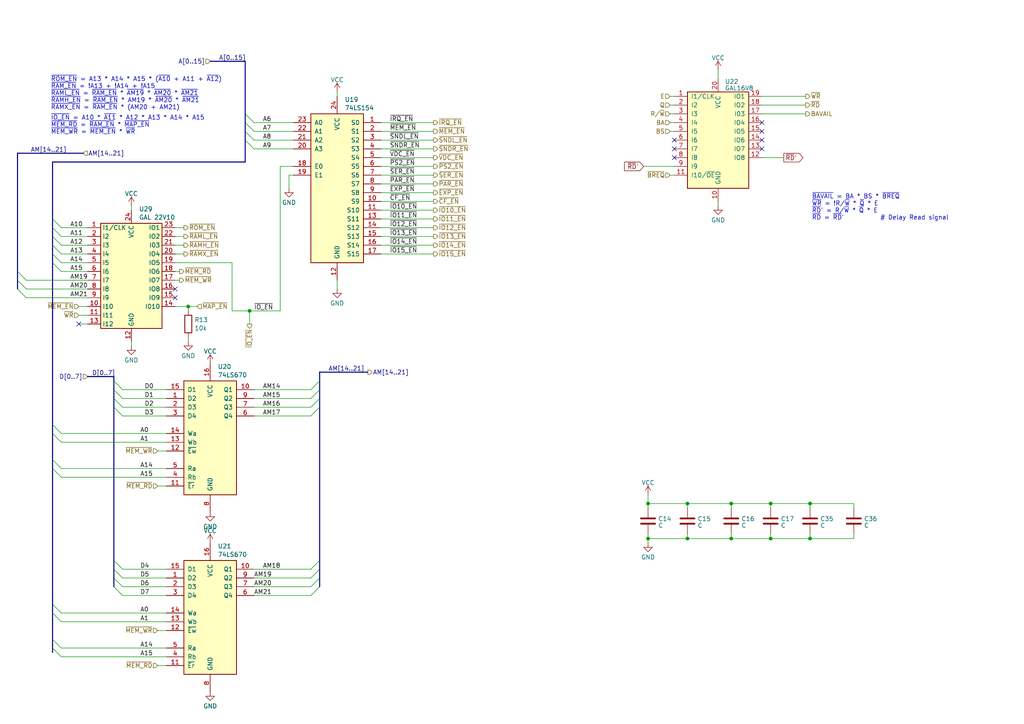
<source format=kicad_sch>
(kicad_sch (version 20231120) (generator "eeschema") (generator_version "8.0")
  (paper "A4")
  (lib_symbols
    (symbol "74xx:74LS154" (pin_names (offset 1.016))
      (property "Reference" "U" (at -7.62 21.59 0))
      (property "Value" "74LS154" (at -7.62 -24.13 0))
      (symbol "74LS154_1_0"
        (pin output line (at 12.7 17.78 180) (length 5.08) (name "S0") (number "1"))
        (pin output line (at 12.7 -5.08 180) (length 5.08) (name "S9") (number "10"))
        (pin output line (at 12.7 -7.62 180) (length 5.08) (name "S10") (number "11"))
        (pin power_in line (at 0 -27.94 90) (length 5.08) (name "GND") (number "12"))
        (pin output line (at 12.7 -10.16 180) (length 5.08) (name "S11") (number "13"))
        (pin output line (at 12.7 -12.7 180) (length 5.08) (name "S12") (number "14"))
        (pin output line (at 12.7 -15.24 180) (length 5.08) (name "S13") (number "15"))
        (pin output line (at 12.7 -17.78 180) (length 5.08) (name "S14") (number "16"))
        (pin output line (at 12.7 -20.32 180) (length 5.08) (name "S15") (number "17"))
        (pin input line (at -12.7 5.08 0) (length 5.08) (name "E0") (number "18"))
        (pin input line (at -12.7 2.54 0) (length 5.08) (name "E1") (number "19"))
        (pin output line (at 12.7 15.24 180) (length 5.08) (name "S1") (number "2"))
        (pin input line (at -12.7 10.16 0) (length 5.08) (name "A3") (number "20"))
        (pin input line (at -12.7 12.7 0) (length 5.08) (name "A2") (number "21"))
        (pin input line (at -12.7 15.24 0) (length 5.08) (name "A1") (number "22"))
        (pin input line (at -12.7 17.78 0) (length 5.08) (name "A0") (number "23"))
        (pin power_in line (at 0 25.4 270) (length 5.08) (name "VCC") (number "24"))
        (pin output line (at 12.7 12.7 180) (length 5.08) (name "S2") (number "3"))
        (pin output line (at 12.7 10.16 180) (length 5.08) (name "S3") (number "4"))
        (pin output line (at 12.7 7.62 180) (length 5.08) (name "S4") (number "5"))
        (pin output line (at 12.7 5.08 180) (length 5.08) (name "S5") (number "6"))
        (pin output line (at 12.7 2.54 180) (length 5.08) (name "S6") (number "7"))
        (pin output line (at 12.7 0 180) (length 5.08) (name "S7") (number "8"))
        (pin output line (at 12.7 -2.54 180) (length 5.08) (name "S8") (number "9"))
      )
      (symbol "74LS154_1_1"
        (rectangle (start -7.62 20.32) (end 7.62 -22.86) (stroke (width 0.254)) (fill (type background)))
      )
    )
    (symbol "74xx:74LS670" (pin_names (offset 1.016))
      (property "Reference" "U" (at -7.62 16.51 0))
      (property "Value" "74LS670" (at -7.62 -19.05 0))
      (symbol "74LS670_1_0"
        (pin input line (at -12.7 10.16 0) (length 5.08) (name "D2") (number "1"))
        (pin tri_state line (at 12.7 12.7 180) (length 5.08) (name "Q1") (number "10"))
        (pin input line (at -12.7 -15.24 0) (length 5.08) (name "~{Er}") (number "11"))
        (pin input line (at -12.7 -5.08 0) (length 5.08) (name "~{Ew}") (number "12"))
        (pin input line (at -12.7 -2.54 0) (length 5.08) (name "Wb") (number "13"))
        (pin input line (at -12.7 0 0) (length 5.08) (name "Wa") (number "14"))
        (pin input line (at -12.7 12.7 0) (length 5.08) (name "D1") (number "15"))
        (pin power_in line (at 0 20.32 270) (length 5.08) (name "VCC") (number "16"))
        (pin input line (at -12.7 7.62 0) (length 5.08) (name "D3") (number "2"))
        (pin input line (at -12.7 5.08 0) (length 5.08) (name "D4") (number "3"))
        (pin input line (at -12.7 -12.7 0) (length 5.08) (name "Rb") (number "4"))
        (pin input line (at -12.7 -10.16 0) (length 5.08) (name "Ra") (number "5"))
        (pin tri_state line (at 12.7 5.08 180) (length 5.08) (name "Q4") (number "6"))
        (pin tri_state line (at 12.7 7.62 180) (length 5.08) (name "Q3") (number "7"))
        (pin power_in line (at 0 -22.86 90) (length 5.08) (name "GND") (number "8"))
        (pin tri_state line (at 12.7 10.16 180) (length 5.08) (name "Q2") (number "9"))
      )
      (symbol "74LS670_1_1"
        (rectangle (start -7.62 15.24) (end 7.62 -17.78) (stroke (width 0.254)) (fill (type background)))
      )
    )
    (symbol "Device:C" (pin_numbers hide) (pin_names (offset 0.254))
      (property "Reference" "C" (at 0.635 2.54 0))
      (property "Value" "C" (at 0.635 -2.54 0))
      (symbol "C_0_1"
        (polyline (pts (xy -2.032 -0.762) (xy 2.032 -0.762)) (stroke (width 0.508)))
        (polyline (pts (xy -2.032 0.762) (xy 2.032 0.762)) (stroke (width 0.508)))
      )
      (symbol "C_1_1"
        (pin passive line (at 0 3.81 270) (length 2.794) (name "~") (number "1"))
        (pin passive line (at 0 -3.81 90) (length 2.794) (name "~") (number "2"))
      )
    )
    (symbol "Device:R" (pin_numbers hide) (pin_names (offset 0))
      (property "Reference" "R" (at 2.032 0 90))
      (property "Value" "R" (at 0 0 90))
      (symbol "R_0_1"
        (rectangle (start -1.016 -2.54) (end 1.016 2.54) (stroke (width 0.254)))
      )
      (symbol "R_1_1"
        (pin passive line (at 0 3.81 270) (length 1.27) (name "~") (number "1"))
        (pin passive line (at 0 -3.81 90) (length 1.27) (name "~") (number "2"))
      )
    )
    (symbol "Logic_Programmable:GAL16V8" (pin_names (offset 1.016))
      (property "Reference" "U" (at -8.89 16.51 0))
      (property "Value" "GAL16V8" (at 1.27 16.51 0))
      (symbol "GAL16V8_0_0"
        (pin power_in line (at 0 -17.78 90) (length 3.81) (name "GND") (number "10"))
        (pin power_in line (at 0 17.78 270) (length 3.81) (name "VCC") (number "20"))
      )
      (symbol "GAL16V8_0_1"
        (rectangle (start -8.89 13.97) (end 8.89 -13.97) (stroke (width 0.254)) (fill (type background)))
      )
      (symbol "GAL16V8_1_1"
        (pin input line (at -12.7 12.7 0) (length 3.81) (name "I1/CLK") (number "1"))
        (pin input line (at -12.7 -10.16 0) (length 3.81) (name "I10/~{OE}") (number "11"))
        (pin tri_state line (at 12.7 -5.08 180) (length 3.81) (name "IO8") (number "12"))
        (pin tri_state line (at 12.7 -2.54 180) (length 3.81) (name "IO7") (number "13"))
        (pin tri_state line (at 12.7 0 180) (length 3.81) (name "IO6") (number "14"))
        (pin tri_state line (at 12.7 2.54 180) (length 3.81) (name "IO5") (number "15"))
        (pin tri_state line (at 12.7 5.08 180) (length 3.81) (name "IO4") (number "16"))
        (pin tri_state line (at 12.7 7.62 180) (length 3.81) (name "I03") (number "17"))
        (pin tri_state line (at 12.7 10.16 180) (length 3.81) (name "IO2") (number "18"))
        (pin tri_state line (at 12.7 12.7 180) (length 3.81) (name "IO1") (number "19"))
        (pin input line (at -12.7 10.16 0) (length 3.81) (name "I2") (number "2"))
        (pin input line (at -12.7 7.62 0) (length 3.81) (name "I3") (number "3"))
        (pin input line (at -12.7 5.08 0) (length 3.81) (name "I4") (number "4"))
        (pin input line (at -12.7 2.54 0) (length 3.81) (name "I5") (number "5"))
        (pin input line (at -12.7 0 0) (length 3.81) (name "I6") (number "6"))
        (pin input line (at -12.7 -2.54 0) (length 3.81) (name "I7") (number "7"))
        (pin input line (at -12.7 -5.08 0) (length 3.81) (name "I8") (number "8"))
        (pin input line (at -12.7 -7.62 0) (length 3.81) (name "I9") (number "9"))
      )
    )
    (symbol "motherboard:GAL22V10"
      (property "Reference" "U29" (at -1.27 30.734 0))
      (property "Value" "GAL 22V10" (at 8.636 -2.794 0))
      (symbol "GAL22V10_0_1"
        (rectangle (start -1.27 29.21) (end 16.51 -1.27) (stroke (width 0.254)) (fill (type background)))
      )
      (symbol "GAL22V10_1_0"
        (pin power_in line (at 7.62 -5.08 90) (length 3.81) (name "GND") (number "12"))
        (pin power_in line (at 7.62 33.02 270) (length 3.81) (name "VCC") (number "24"))
      )
      (symbol "GAL22V10_1_1"
        (pin input line (at -5.08 27.94 0) (length 3.81) (name "I1/CLK") (number "1"))
        (pin input line (at -5.08 5.08 0) (length 3.81) (name "I10") (number "10"))
        (pin input line (at -5.08 2.54 0) (length 3.81) (name "I11") (number "11"))
        (pin input line (at -5.08 0 0) (length 3.81) (name "I12") (number "13"))
        (pin bidirectional line (at 20.32 5.08 180) (length 3.81) (name "I010") (number "14"))
        (pin bidirectional line (at 20.32 7.62 180) (length 3.81) (name "IO9") (number "15"))
        (pin bidirectional line (at 20.32 10.16 180) (length 3.81) (name "IO8") (number "16"))
        (pin bidirectional line (at 20.32 12.7 180) (length 3.81) (name "IO7") (number "17"))
        (pin bidirectional line (at 20.32 15.24 180) (length 3.81) (name "IO6") (number "18"))
        (pin bidirectional line (at 20.32 17.78 180) (length 3.81) (name "IO5") (number "19"))
        (pin input line (at -5.08 25.4 0) (length 3.81) (name "I2") (number "2"))
        (pin bidirectional line (at 20.32 20.32 180) (length 3.81) (name "IO4") (number "20"))
        (pin bidirectional line (at 20.32 22.86 180) (length 3.81) (name "I03") (number "21"))
        (pin bidirectional line (at 20.32 25.4 180) (length 3.81) (name "IO2") (number "22"))
        (pin bidirectional line (at 20.32 27.94 180) (length 3.81) (name "IO1") (number "23"))
        (pin input line (at -5.08 22.86 0) (length 3.81) (name "I3") (number "3"))
        (pin input line (at -5.08 20.32 0) (length 3.81) (name "I4") (number "4"))
        (pin input line (at -5.08 17.78 0) (length 3.81) (name "I5") (number "5"))
        (pin input line (at -5.08 15.24 0) (length 3.81) (name "I6") (number "6"))
        (pin input line (at -5.08 12.7 0) (length 3.81) (name "I7") (number "7"))
        (pin input line (at -5.08 10.16 0) (length 3.81) (name "I8") (number "8"))
        (pin input line (at -5.08 7.62 0) (length 3.81) (name "I9") (number "9"))
      )
    )
    (symbol "power:GND" (power) (pin_names (offset 0))
      (property "Value" "GND" (at 0 -3.81 0))
      (symbol "GND_0_1"
        (polyline (pts (xy 0 0) (xy 0 -1.27) (xy 1.27 -1.27) (xy 0 -2.54) (xy -1.27 -1.27) (xy 0 -1.27)))
      )
      (symbol "GND_1_1"
        (pin power_in line (at 0 0 270) (length 0) hide (name "GND") (number "1"))
      )
    )
    (symbol "power:VCC" (power) (pin_names (offset 0))
      (property "Value" "VCC" (at 0 3.81 0))
      (symbol "VCC_0_1"
        (polyline (pts (xy -0.762 1.27) (xy 0 2.54)))
        (polyline (pts (xy 0 0) (xy 0 2.54)))
        (polyline (pts (xy 0 2.54) (xy 0.762 1.27)))
      )
      (symbol "VCC_1_1"
        (pin power_in line (at 0 0 90) (length 0) hide (name "VCC") (number "1"))
      )
    )
  )
  (junction (at 212.09 146.05))
  (junction (at 199.39 156.21))
  (junction (at 187.96 146.05))
  (junction (at 223.52 156.21))
  (junction (at 234.95 156.21))
  (junction (at 187.96 156.21))
  (junction (at 54.61 88.9))
  (junction (at 223.52 146.05))
  (junction (at 234.95 146.05))
  (junction (at 199.39 146.05))
  (junction (at 212.09 156.21))
  (junction (at 72.39 90.17))
  (no_connect (at 50.8 86.36))
  (no_connect (at 195.58 40.64))
  (no_connect (at 220.98 40.64))
  (no_connect (at 220.98 35.56))
  (no_connect (at 220.98 38.1))
  (no_connect (at 50.8 83.82))
  (no_connect (at 220.98 43.18))
  (no_connect (at 195.58 45.72))
  (no_connect (at 22.86 93.98))
  (no_connect (at 195.58 43.18))
  (bus_entry (at 71.12 35.56) (size 2.54 2.54))
  (bus_entry (at 15.24 185.42) (size 2.54 2.54))
  (bus_entry (at 15.24 125.73) (size 2.54 2.54))
  (bus_entry (at 15.24 71.12) (size 2.54 2.54))
  (bus_entry (at 33.02 113.03) (size 2.54 2.54))
  (bus_entry (at 15.24 63.5) (size 2.54 2.54))
  (bus_entry (at 33.02 162.56) (size 2.54 2.54))
  (bus_entry (at 92.71 118.11) (size -2.54 2.54))
  (bus_entry (at 92.71 167.64) (size -2.54 2.54))
  (bus_entry (at 92.71 113.03) (size -2.54 2.54))
  (bus_entry (at 92.71 170.18) (size -2.54 2.54))
  (bus_entry (at 92.71 115.57) (size -2.54 2.54))
  (bus_entry (at 15.24 177.8) (size 2.54 2.54))
  (bus_entry (at 92.71 165.1) (size -2.54 2.54))
  (bus_entry (at 5.08 83.82) (size 2.54 2.54))
  (bus_entry (at 71.12 40.64) (size 2.54 2.54))
  (bus_entry (at 15.24 175.26) (size 2.54 2.54))
  (bus_entry (at 15.24 76.2) (size 2.54 2.54))
  (bus_entry (at 71.12 38.1) (size 2.54 2.54))
  (bus_entry (at 15.24 73.66) (size 2.54 2.54))
  (bus_entry (at 33.02 170.18) (size 2.54 2.54))
  (bus_entry (at 15.24 133.35) (size 2.54 2.54))
  (bus_entry (at 33.02 110.49) (size 2.54 2.54))
  (bus_entry (at 33.02 167.64) (size 2.54 2.54))
  (bus_entry (at 15.24 123.19) (size 2.54 2.54))
  (bus_entry (at 33.02 115.57) (size 2.54 2.54))
  (bus_entry (at 5.08 78.74) (size 2.54 2.54))
  (bus_entry (at 33.02 165.1) (size 2.54 2.54))
  (bus_entry (at 15.24 68.58) (size 2.54 2.54))
  (bus_entry (at 71.12 33.02) (size 2.54 2.54))
  (bus_entry (at 15.24 66.04) (size 2.54 2.54))
  (bus_entry (at 15.24 135.89) (size 2.54 2.54))
  (bus_entry (at 90.17 113.03) (size 2.54 -2.54))
  (bus_entry (at 90.17 165.1) (size 2.54 -2.54))
  (bus_entry (at 15.24 187.96) (size 2.54 2.54))
  (bus_entry (at 33.02 118.11) (size 2.54 2.54))
  (bus_entry (at 5.08 81.28) (size 2.54 2.54))
  (wire (pts (xy 233.68 33.02) (xy 220.98 33.02)))
  (wire (pts (xy 194.31 27.94) (xy 195.58 27.94)))
  (wire (pts (xy 223.52 146.05) (xy 223.52 147.32)))
  (wire (pts (xy 73.66 113.03) (xy 90.17 113.03)))
  (wire (pts (xy 17.78 138.43) (xy 48.26 138.43)))
  (wire (pts (xy 233.68 30.48) (xy 220.98 30.48)))
  (bus (pts (xy 15.24 123.19) (xy 15.24 125.73)))
  (bus (pts (xy 33.02 109.22) (xy 33.02 110.49)))
  (wire (pts (xy 35.56 115.57) (xy 48.26 115.57)))
  (bus (pts (xy 5.08 78.74) (xy 5.08 81.28)))
  (wire (pts (xy 35.56 165.1) (xy 48.26 165.1)))
  (bus (pts (xy 33.02 110.49) (xy 33.02 113.03)))
  (wire (pts (xy 72.39 90.17) (xy 72.39 93.98)))
  (wire (pts (xy 50.8 68.58) (xy 53.34 68.58)))
  (wire (pts (xy 199.39 156.21) (xy 199.39 154.94)))
  (wire (pts (xy 110.49 73.66) (xy 125.73 73.66)))
  (wire (pts (xy 38.1 99.06) (xy 38.1 100.33)))
  (wire (pts (xy 45.72 140.97) (xy 48.26 140.97)))
  (wire (pts (xy 81.28 48.26) (xy 85.09 48.26)))
  (bus (pts (xy 92.71 110.49) (xy 92.71 113.03)))
  (wire (pts (xy 54.61 97.79) (xy 54.61 99.06)))
  (wire (pts (xy 194.31 38.1) (xy 195.58 38.1)))
  (wire (pts (xy 110.49 53.34) (xy 125.73 53.34)))
  (wire (pts (xy 110.49 55.88) (xy 125.73 55.88)))
  (wire (pts (xy 110.49 38.1) (xy 125.73 38.1)))
  (bus (pts (xy 60.96 17.78) (xy 71.12 17.78)))
  (wire (pts (xy 54.61 88.9) (xy 57.15 88.9)))
  (wire (pts (xy 17.78 66.04) (xy 25.4 66.04)))
  (bus (pts (xy 15.24 73.66) (xy 15.24 76.2)))
  (wire (pts (xy 247.65 156.21) (xy 247.65 154.94)))
  (wire (pts (xy 208.28 58.42) (xy 208.28 59.69)))
  (bus (pts (xy 15.24 133.35) (xy 15.24 135.89)))
  (bus (pts (xy 5.08 78.74) (xy 5.08 44.45)))
  (wire (pts (xy 187.96 156.21) (xy 187.96 157.48)))
  (wire (pts (xy 17.78 68.58) (xy 25.4 68.58)))
  (wire (pts (xy 199.39 156.21) (xy 212.09 156.21)))
  (wire (pts (xy 73.66 165.1) (xy 90.17 165.1)))
  (wire (pts (xy 17.78 73.66) (xy 25.4 73.66)))
  (wire (pts (xy 54.61 88.9) (xy 54.61 90.17)))
  (bus (pts (xy 92.71 115.57) (xy 92.71 118.11)))
  (wire (pts (xy 17.78 71.12) (xy 25.4 71.12)))
  (wire (pts (xy 81.28 90.17) (xy 81.28 48.26)))
  (wire (pts (xy 45.72 130.81) (xy 48.26 130.81)))
  (bus (pts (xy 92.71 107.95) (xy 92.71 110.49)))
  (wire (pts (xy 45.72 182.88) (xy 48.26 182.88)))
  (wire (pts (xy 110.49 71.12) (xy 125.73 71.12)))
  (bus (pts (xy 92.71 165.1) (xy 92.71 167.64)))
  (wire (pts (xy 73.66 38.1) (xy 85.09 38.1)))
  (wire (pts (xy 35.56 113.03) (xy 48.26 113.03)))
  (bus (pts (xy 71.12 40.64) (xy 71.12 46.99)))
  (wire (pts (xy 212.09 156.21) (xy 223.52 156.21)))
  (wire (pts (xy 223.52 146.05) (xy 234.95 146.05)))
  (bus (pts (xy 15.24 177.8) (xy 15.24 185.42)))
  (wire (pts (xy 17.78 177.8) (xy 48.26 177.8)))
  (wire (pts (xy 110.49 40.64) (xy 125.73 40.64)))
  (wire (pts (xy 187.96 143.51) (xy 187.96 146.05)))
  (bus (pts (xy 15.24 46.99) (xy 15.24 63.5)))
  (wire (pts (xy 97.79 26.67) (xy 97.79 27.94)))
  (wire (pts (xy 199.39 146.05) (xy 199.39 147.32)))
  (wire (pts (xy 17.78 135.89) (xy 48.26 135.89)))
  (wire (pts (xy 73.66 115.57) (xy 90.17 115.57)))
  (wire (pts (xy 73.66 120.65) (xy 90.17 120.65)))
  (wire (pts (xy 38.1 59.69) (xy 38.1 60.96)))
  (wire (pts (xy 17.78 180.34) (xy 48.26 180.34)))
  (wire (pts (xy 73.66 43.18) (xy 85.09 43.18)))
  (wire (pts (xy 212.09 156.21) (xy 212.09 154.94)))
  (wire (pts (xy 35.56 120.65) (xy 48.26 120.65)))
  (wire (pts (xy 110.49 35.56) (xy 125.73 35.56)))
  (wire (pts (xy 186.69 48.26) (xy 195.58 48.26)))
  (bus (pts (xy 15.24 187.96) (xy 15.24 189.23)))
  (wire (pts (xy 17.78 125.73) (xy 48.26 125.73)))
  (bus (pts (xy 92.71 167.64) (xy 92.71 170.18)))
  (wire (pts (xy 50.8 81.28) (xy 52.07 81.28)))
  (bus (pts (xy 15.24 66.04) (xy 15.24 68.58)))
  (wire (pts (xy 110.49 63.5) (xy 125.73 63.5)))
  (wire (pts (xy 208.28 20.32) (xy 208.28 22.86)))
  (wire (pts (xy 110.49 58.42) (xy 125.73 58.42)))
  (wire (pts (xy 73.66 167.64) (xy 90.17 167.64)))
  (wire (pts (xy 194.31 35.56) (xy 195.58 35.56)))
  (wire (pts (xy 199.39 146.05) (xy 212.09 146.05)))
  (bus (pts (xy 15.24 175.26) (xy 15.24 177.8)))
  (wire (pts (xy 35.56 172.72) (xy 48.26 172.72)))
  (wire (pts (xy 212.09 146.05) (xy 223.52 146.05)))
  (wire (pts (xy 234.95 156.21) (xy 247.65 156.21)))
  (wire (pts (xy 233.68 27.94) (xy 220.98 27.94)))
  (bus (pts (xy 92.71 113.03) (xy 92.71 115.57)))
  (wire (pts (xy 234.95 146.05) (xy 234.95 147.32)))
  (wire (pts (xy 194.31 33.02) (xy 195.58 33.02)))
  (bus (pts (xy 92.71 118.11) (xy 92.71 162.56)))
  (bus (pts (xy 15.24 71.12) (xy 15.24 73.66)))
  (wire (pts (xy 110.49 43.18) (xy 125.73 43.18)))
  (wire (pts (xy 22.86 91.44) (xy 25.4 91.44)))
  (wire (pts (xy 17.78 76.2) (xy 25.4 76.2)))
  (bus (pts (xy 71.12 33.02) (xy 71.12 35.56)))
  (wire (pts (xy 17.78 187.96) (xy 48.26 187.96)))
  (bus (pts (xy 25.4 109.22) (xy 33.02 109.22)))
  (wire (pts (xy 187.96 146.05) (xy 199.39 146.05)))
  (wire (pts (xy 110.49 68.58) (xy 125.73 68.58)))
  (wire (pts (xy 247.65 146.05) (xy 247.65 147.32)))
  (wire (pts (xy 220.98 45.72) (xy 227.33 45.72)))
  (bus (pts (xy 33.02 113.03) (xy 33.02 115.57)))
  (wire (pts (xy 73.66 172.72) (xy 90.17 172.72)))
  (wire (pts (xy 187.96 156.21) (xy 199.39 156.21)))
  (wire (pts (xy 83.82 50.8) (xy 83.82 54.61)))
  (bus (pts (xy 71.12 46.99) (xy 15.24 46.99)))
  (wire (pts (xy 194.31 50.8) (xy 195.58 50.8)))
  (wire (pts (xy 110.49 50.8) (xy 125.73 50.8)))
  (wire (pts (xy 194.31 30.48) (xy 195.58 30.48)))
  (wire (pts (xy 85.09 35.56) (xy 73.66 35.56)))
  (wire (pts (xy 85.09 50.8) (xy 83.82 50.8)))
  (wire (pts (xy 22.86 93.98) (xy 25.4 93.98)))
  (wire (pts (xy 73.66 118.11) (xy 90.17 118.11)))
  (bus (pts (xy 15.24 125.73) (xy 15.24 133.35)))
  (wire (pts (xy 234.95 146.05) (xy 247.65 146.05)))
  (wire (pts (xy 7.62 86.36) (xy 25.4 86.36)))
  (wire (pts (xy 72.39 90.17) (xy 81.28 90.17)))
  (wire (pts (xy 17.78 128.27) (xy 48.26 128.27)))
  (bus (pts (xy 106.68 107.95) (xy 92.71 107.95)))
  (bus (pts (xy 15.24 76.2) (xy 15.24 123.19)))
  (wire (pts (xy 50.8 71.12) (xy 53.34 71.12)))
  (wire (pts (xy 223.52 156.21) (xy 234.95 156.21)))
  (bus (pts (xy 15.24 68.58) (xy 15.24 71.12)))
  (wire (pts (xy 45.72 193.04) (xy 48.26 193.04)))
  (wire (pts (xy 50.8 66.04) (xy 53.34 66.04)))
  (bus (pts (xy 33.02 162.56) (xy 33.02 165.1)))
  (bus (pts (xy 71.12 38.1) (xy 71.12 40.64)))
  (wire (pts (xy 73.66 40.64) (xy 85.09 40.64)))
  (bus (pts (xy 33.02 115.57) (xy 33.02 118.11)))
  (bus (pts (xy 33.02 165.1) (xy 33.02 167.64)))
  (wire (pts (xy 50.8 88.9) (xy 54.61 88.9)))
  (wire (pts (xy 67.31 90.17) (xy 72.39 90.17)))
  (wire (pts (xy 97.79 83.82) (xy 97.79 81.28)))
  (bus (pts (xy 5.08 83.82) (xy 5.08 81.28)))
  (wire (pts (xy 212.09 146.05) (xy 212.09 147.32)))
  (wire (pts (xy 7.62 81.28) (xy 25.4 81.28)))
  (wire (pts (xy 110.49 45.72) (xy 125.73 45.72)))
  (wire (pts (xy 187.96 146.05) (xy 187.96 147.32)))
  (wire (pts (xy 110.49 60.96) (xy 125.73 60.96)))
  (wire (pts (xy 7.62 83.82) (xy 25.4 83.82)))
  (wire (pts (xy 35.56 167.64) (xy 48.26 167.64)))
  (wire (pts (xy 187.96 154.94) (xy 187.96 156.21)))
  (bus (pts (xy 33.02 167.64) (xy 33.02 170.18)))
  (bus (pts (xy 92.71 162.56) (xy 92.71 165.1)))
  (wire (pts (xy 50.8 76.2) (xy 67.31 76.2)))
  (bus (pts (xy 5.08 44.45) (xy 24.13 44.45)))
  (wire (pts (xy 35.56 118.11) (xy 48.26 118.11)))
  (bus (pts (xy 15.24 135.89) (xy 15.24 175.26)))
  (wire (pts (xy 50.8 73.66) (xy 53.34 73.66)))
  (bus (pts (xy 15.24 185.42) (xy 15.24 187.96)))
  (wire (pts (xy 35.56 170.18) (xy 48.26 170.18)))
  (wire (pts (xy 50.8 78.74) (xy 52.07 78.74)))
  (bus (pts (xy 33.02 118.11) (xy 33.02 162.56)))
  (wire (pts (xy 22.86 88.9) (xy 25.4 88.9)))
  (bus (pts (xy 71.12 17.78) (xy 71.12 33.02)))
  (wire (pts (xy 110.49 48.26) (xy 125.73 48.26)))
  (wire (pts (xy 17.78 78.74) (xy 25.4 78.74)))
  (wire (pts (xy 67.31 76.2) (xy 67.31 90.17)))
  (bus (pts (xy 15.24 63.5) (xy 15.24 66.04)))
  (wire (pts (xy 17.78 190.5) (xy 48.26 190.5)))
  (bus (pts (xy 71.12 35.56) (xy 71.12 38.1)))
  (wire (pts (xy 73.66 170.18) (xy 90.17 170.18)))
  (wire (pts (xy 223.52 156.21) (xy 223.52 154.94)))
  (wire (pts (xy 234.95 156.21) (xy 234.95 154.94)))
  (wire (pts (xy 110.49 66.04) (xy 125.73 66.04)))
  (text "~{BAVAIL} = BA * BS * ~{BREQ}\n~{WR} = !R/~{W} * ~{Q} * E\n~{RD}' = R/~{W} * ~{Q} * E\n~{RD} = ~{RD}'           # Delay Read signal" (at 235.458 60.198 0) (effects (font (size 1.27 1.27)) (justify left)))
  (text "~{IO_EN} = A10 * ~{A11} * A12 * A13 * A14 * A15\n~{MEM_RD} = ~{RAM_EN} * ~{MAP_EN}\n~{MEM_WR} = ~{MEM_EN} * ~{WR}" (at 14.732 36.322 0) (effects (font (size 1.27 1.27)) (justify left)))
  (text "~{ROM_EN} = A13 * A14 * A15 * (~{A10} + A11 + ~{A12})\n~{RAM_EN} = !A13 + !A14 + !A15\n~{RAML_EN} = ~{RAM_EN} * ~{AM19} * ~{AM20} * ~{AM21}\n~{RAMH_EN} = ~{RAM_EN} * AM19 * ~{AM20} * ~{AM21}\n~{RAMX_EN} = ~{RAM_EN} * (AM20 + AM21)" (at 14.732 27.178 0) (effects (font (size 1.27 1.27)) (justify left)))
  (label "~{IO14_EN}" (at 113.03 71.12 0))
  (label "A1" (at 40.64 180.34 0))
  (label "AM[14..21]" (at 8.89 44.45 0))
  (label "~{IO11_EN}" (at 113.03 63.5 0))
  (label "A14" (at 20.32 76.2 0))
  (label "D2" (at 41.91 118.11 0))
  (label "AM15" (at 76.2 115.57 0))
  (label "A6" (at 76.2 35.56 0))
  (label "AM17" (at 76.2 120.65 0))
  (label "AM20" (at 73.66 170.18 0))
  (label "~{IRQ_EN}" (at 113.03 35.56 0))
  (label "A13" (at 20.32 73.66 0))
  (label "A8" (at 76.2 40.64 0))
  (label "~{SNDR_EN}" (at 113.03 43.18 0))
  (label "~{VDC_EN}" (at 113.03 45.72 0))
  (label "AM19" (at 73.66 167.64 0))
  (label "A0" (at 40.64 177.8 0))
  (label "D6" (at 40.64 170.18 0))
  (label "A0" (at 40.64 125.73 0))
  (label "AM[14..21]" (at 95.25 107.95 0))
  (label "AM21" (at 20.32 86.36 0))
  (label "~{IO10_EN}" (at 113.03 60.96 0))
  (label "~{SER_EN}" (at 113.03 50.8 0))
  (label "AM14" (at 76.2 113.03 0))
  (label "AM21" (at 73.66 172.72 0))
  (label "A11" (at 20.32 68.58 0))
  (label "D[0..7]" (at 26.67 109.22 0))
  (label "~{IO13_EN}" (at 113.03 68.58 0))
  (label "D1" (at 41.91 115.57 0))
  (label "~{IO15_EN}" (at 113.03 73.66 0))
  (label "A1" (at 40.64 128.27 0))
  (label "D7" (at 40.64 172.72 0))
  (label "A15" (at 40.64 138.43 0))
  (label "~{PAR_EN}" (at 113.03 53.34 0))
  (label "A[0..15]" (at 63.5 17.78 0))
  (label "AM20" (at 20.32 83.82 0))
  (label "D3" (at 41.91 120.65 0))
  (label "A15" (at 40.64 190.5 0))
  (label "A12" (at 20.32 71.12 0))
  (label "D0" (at 41.91 113.03 0))
  (label "A10" (at 20.32 66.04 0))
  (label "AM19" (at 20.32 81.28 0))
  (label "~{MEM_EN}" (at 113.03 38.1 0))
  (label "~{PS2_EN}" (at 113.03 48.26 0))
  (label "AM16" (at 76.2 118.11 0))
  (label "~{SNDL_EN}" (at 113.03 40.64 0))
  (label "A14" (at 40.64 187.96 0))
  (label "D4" (at 40.64 165.1 0))
  (label "A15" (at 20.32 78.74 0))
  (label "~{CF_EN}" (at 113.03 58.42 0))
  (label "~{EXP_EN}" (at 113.03 55.88 0))
  (label "AM18" (at 76.2 165.1 0))
  (label "A9" (at 76.2 43.18 0))
  (label "D5" (at 40.64 167.64 0))
  (label "A7" (at 76.2 38.1 0))
  (label "~{IO12_EN}" (at 113.03 66.04 0))
  (label "A14" (at 40.64 135.89 0))
  (label "~{IO_EN}" (at 73.66 90.17 0))
  (global_label "~{RD}'" (shape input) (at 186.69 48.26 180) (property "Intersheetrefs" "${INTERSHEET_REFS}" (effects (hide yes))))
  (global_label "~{RD}'" (shape output) (at 227.33 45.72 0) (property "Intersheetrefs" "${INTERSHEET_REFS}" (effects (hide yes))))
  (hierarchical_label "BS" (shape input) (at 194.31 38.1 180))
  (hierarchical_label "BA" (shape input) (at 194.31 35.56 180))
  (hierarchical_label "~{MEM_WR}" (shape input) (at 45.72 182.88 180))
  (hierarchical_label "Q" (shape input) (at 194.31 30.48 180))
  (hierarchical_label "~{MEM_WR}" (shape input) (at 45.72 130.81 180))
  (hierarchical_label "~{IO15_EN}" (shape output) (at 125.73 73.66 0))
  (hierarchical_label "~{PS2_EN}" (shape output) (at 125.73 48.26 0))
  (hierarchical_label "~{IO11_EN}" (shape output) (at 125.73 63.5 0))
  (hierarchical_label "~{EXP_EN}" (shape output) (at 125.73 55.88 0))
  (hierarchical_label "~{MEM_EN}" (shape output) (at 125.73 38.1 0))
  (hierarchical_label "~{MEM_EN}" (shape input) (at 22.86 88.9 180))
  (hierarchical_label "~{RAMX_EN}" (shape output) (at 53.34 73.66 0))
  (hierarchical_label "~{ROM_EN}" (shape output) (at 53.34 66.04 0))
  (hierarchical_label "BAVAIL" (shape output) (at 233.68 33.02 0))
  (hierarchical_label "~{RAML_EN}" (shape output) (at 53.34 68.58 0))
  (hierarchical_label "A[0..15]" (shape input) (at 60.96 17.78 180))
  (hierarchical_label "~{RAMH_EN}" (shape output) (at 53.34 71.12 0))
  (hierarchical_label "~{MEM_WR}" (shape output) (at 52.07 81.28 0))
  (hierarchical_label "~{SNDR_EN}" (shape output) (at 125.73 43.18 0))
  (hierarchical_label "~{SNDL_EN}" (shape output) (at 125.73 40.64 0))
  (hierarchical_label "~{IO10_EN}" (shape output) (at 125.73 60.96 0))
  (hierarchical_label "~{VDC_EN}" (shape output) (at 125.73 45.72 0))
  (hierarchical_label "AM[14..21]" (shape output) (at 106.68 107.95 0))
  (hierarchical_label "D[0..7]" (shape input) (at 25.4 109.22 180))
  (hierarchical_label "E" (shape input) (at 194.31 27.94 180))
  (hierarchical_label "R{slash}~{W}" (shape input) (at 194.31 33.02 180))
  (hierarchical_label "~{MEM_RD}" (shape output) (at 52.07 78.74 0))
  (hierarchical_label "~{PAR_EN}" (shape output) (at 125.73 53.34 0))
  (hierarchical_label "~{IRQ_EN}" (shape output) (at 125.73 35.56 0))
  (hierarchical_label "~{MEM_RD}" (shape input) (at 45.72 140.97 180))
  (hierarchical_label "~{SER_EN}" (shape output) (at 125.73 50.8 0))
  (hierarchical_label "~{WR}" (shape input) (at 22.86 91.44 180))
  (hierarchical_label "~{RD}" (shape output) (at 233.68 30.48 0))
  (hierarchical_label "~{BREQ}" (shape input) (at 194.31 50.8 180))
  (hierarchical_label "AM[14..21]" (shape input) (at 24.13 44.45 0))
  (hierarchical_label "~{IO_EN}" (shape output) (at 72.39 93.98 270))
  (hierarchical_label "~{MAP_EN}" (shape input) (at 57.15 88.9 0))
  (hierarchical_label "~{IO13_EN}" (shape output) (at 125.73 68.58 0))
  (hierarchical_label "~{IO12_EN}" (shape output) (at 125.73 66.04 0))
  (hierarchical_label "~{MEM_RD}" (shape input) (at 45.72 193.04 180))
  (hierarchical_label "~{IO14_EN}" (shape output) (at 125.73 71.12 0))
  (hierarchical_label "~{CF_EN}" (shape output) (at 125.73 58.42 0))
  (hierarchical_label "~{WR}" (shape output) (at 233.68 27.94 0))
  (symbol (lib_id "Device:C") (at 212.09 151.13 0) (unit 1)
    (property "Reference" "C16" (at 215.011 150.4863 0) (effects (justify left)))
    (property "Value" "C" (at 215.011 152.4073 0) (effects (justify left)))
    (property "Footprint" "Capacitor_THT:C_Disc_D5.0mm_W2.5mm_P2.50mm" (effects (hide yes)))
  )
  (symbol (lib_id "Device:C") (at 187.96 151.13 0) (unit 1)
    (property "Reference" "C14" (at 190.881 150.4863 0) (effects (justify left)))
    (property "Value" "C" (at 190.881 152.4073 0) (effects (justify left)))
    (property "Footprint" "Capacitor_THT:C_Disc_D5.0mm_W2.5mm_P2.50mm" (effects (hide yes)))
  )
  (symbol (lib_id "Device:R") (at 54.61 93.98 0) (unit 1)
    (property "Reference" "R13" (at 56.388 92.7678 0) (effects (justify left)))
    (property "Value" "10k" (at 56.388 95.1921 0) (effects (justify left)))
    (property "Footprint" "Resistor_THT:R_Axial_DIN0204_L3.6mm_D1.6mm_P7.62mm_Horizontal" (effects (hide yes)))
    (property "Description" "Resistor" (effects (hide yes)))
  )
  (symbol (lib_id "power:GND") (at 83.82 54.61 0) (unit 1)
    (property "Reference" "#PWR049" (effects (hide yes)))
    (property "Value" "GND" (at 83.82 58.7455 0))
  )
  (symbol (lib_id "power:GND") (at 187.96 157.48 0) (unit 1)
    (property "Reference" "#PWR060" (effects (hide yes)))
    (property "Value" "GND" (at 187.96 161.6155 0))
  )
  (symbol (lib_id "Device:C") (at 234.95 151.13 0) (unit 1)
    (property "Reference" "C35" (at 237.871 150.4863 0) (effects (justify left)))
    (property "Value" "C" (at 237.871 152.4073 0) (effects (justify left)))
    (property "Footprint" "Capacitor_THT:C_Disc_D5.0mm_W2.5mm_P2.50mm" (effects (hide yes)))
  )
  (symbol (lib_id "Device:C") (at 199.39 151.13 0) (unit 1)
    (property "Reference" "C15" (at 202.311 150.4863 0) (effects (justify left)))
    (property "Value" "C" (at 202.311 152.4073 0) (effects (justify left)))
    (property "Footprint" "Capacitor_THT:C_Disc_D5.0mm_W2.5mm_P2.50mm" (effects (hide yes)))
  )
  (symbol (lib_id "74xx:74LS670") (at 60.96 177.8 0) (unit 1)
    (property "Reference" "U21" (at 63.1541 158.4155 0) (effects (justify left)))
    (property "Value" "74LS670" (at 63.1541 160.8398 0) (effects (justify left)))
    (property "Footprint" "Package_DIP:DIP-16_W7.62mm_Socket" (effects (hide yes)))
    (property "Datasheet" "http://www.ti.com/lit/gpn/sn74LS670" (effects (hide yes)))
    (property "Description" "4 x 4 Register Files 3-State Outputs" (effects (hide yes)))
  )
  (symbol (lib_id "Device:C") (at 247.65 151.13 0) (unit 1)
    (property "Reference" "C36" (at 250.571 150.4863 0) (effects (justify left)))
    (property "Value" "C" (at 250.571 152.4073 0) (effects (justify left)))
    (property "Footprint" "Capacitor_THT:C_Disc_D5.0mm_W2.5mm_P2.50mm" (effects (hide yes)))
  )
  (symbol (lib_id "power:GND") (at 97.79 83.82 0) (unit 1)
    (property "Reference" "#PWR046" (effects (hide yes)))
    (property "Value" "GND" (at 97.79 87.9555 0))
  )
  (symbol (lib_id "power:GND") (at 208.28 59.69 0) (unit 1)
    (property "Reference" "#PWR059" (effects (hide yes)))
    (property "Value" "GND" (at 208.28 63.8255 0))
  )
  (symbol (lib_id "power:VCC") (at 208.28 20.32 0) (unit 1)
    (property "Reference" "#PWR058" (effects (hide yes)))
    (property "Value" "VCC" (at 208.28 16.8181 0))
  )
  (symbol (lib_id "power:VCC") (at 187.96 143.51 0) (unit 1)
    (property "Reference" "#PWR054" (effects (hide yes)))
    (property "Value" "VCC" (at 187.96 140.0081 0))
  )
  (symbol (lib_id "74xx:74LS670") (at 60.96 125.73 0) (unit 1)
    (property "Reference" "U20" (at 63.1541 106.3455 0) (effects (justify left)))
    (property "Value" "74LS670" (at 63.1541 108.7698 0) (effects (justify left)))
    (property "Footprint" "Package_DIP:DIP-16_W7.62mm_Socket" (effects (hide yes)))
    (property "Datasheet" "http://www.ti.com/lit/gpn/sn74LS670" (effects (hide yes)))
    (property "Description" "4 x 4 Register Files 3-State Outputs" (effects (hide yes)))
  )
  (symbol (lib_id "power:GND") (at 54.61 99.06 0) (unit 1)
    (property "Reference" "#PWR048" (effects (hide yes)))
    (property "Value" "GND" (at 54.61 103.1955 0))
  )
  (symbol (lib_id "74xx:74LS154") (at 97.79 53.34 0) (unit 1)
    (property "Reference" "U19" (at 99.9841 28.8755 0) (effects (justify left)))
    (property "Value" "74LS154" (at 99.9841 31.2998 0) (effects (justify left)))
    (property "Footprint" "Package_DIP:DIP-24_W15.24mm_Socket" (effects (hide yes)))
    (property "Datasheet" "http://www.ti.com/lit/gpn/sn74LS154" (effects (hide yes)))
    (property "Description" "Decoder 4 to 16" (effects (hide yes)))
  )
  (symbol (lib_id "power:GND") (at 60.96 200.66 0) (unit 1)
    (property "Reference" "#PWR051" (effects (hide yes)))
    (property "Value" "GND" (at 60.96 204.7955 0))
  )
  (symbol (lib_id "power:VCC") (at 38.1 59.69 0) (unit 1)
    (property "Reference" "#PWR091" (effects (hide yes)))
    (property "Value" "VCC" (at 38.1 56.1881 0))
  )
  (symbol (lib_id "Logic_Programmable:GAL16V8") (at 208.28 40.64 0) (unit 1)
    (property "Reference" "U22" (at 210.2359 23.6601 0) (effects (justify left)))
    (property "Value" "GAL16V8" (at 210.2359 25.5811 0) (effects (justify left)))
    (property "Footprint" "Package_DIP:DIP-20_W7.62mm_Socket" (effects (hide yes)))
  )
  (symbol (lib_id "power:VCC") (at 60.96 105.41 0) (unit 1)
    (property "Reference" "#PWR0100" (effects (hide yes)))
    (property "Value" "VCC" (at 60.96 101.9081 0))
  )
  (symbol (lib_id "power:GND") (at 38.1 100.33 0) (unit 1)
    (property "Reference" "#PWR090" (effects (hide yes)))
    (property "Value" "GND" (at 38.1 104.4655 0))
  )
  (symbol (lib_id "power:GND") (at 60.96 148.59 0) (unit 1)
    (property "Reference" "#PWR093" (effects (hide yes)))
    (property "Value" "GND" (at 60.96 152.7255 0))
  )
  (symbol (lib_id "power:VCC") (at 60.96 157.48 0) (unit 1)
    (property "Reference" "#PWR047" (effects (hide yes)))
    (property "Value" "VCC" (at 60.96 153.9781 0))
  )
  (symbol (lib_id "Device:C") (at 223.52 151.13 0) (unit 1)
    (property "Reference" "C17" (at 226.441 150.4863 0) (effects (justify left)))
    (property "Value" "C" (at 226.441 152.4073 0) (effects (justify left)))
    (property "Footprint" "Capacitor_THT:C_Disc_D5.0mm_W2.5mm_P2.50mm" (effects (hide yes)))
  )
  (symbol (lib_id "power:VCC") (at 97.79 26.67 0) (unit 1)
    (property "Reference" "#PWR050" (effects (hide yes)))
    (property "Value" "VCC" (at 97.79 23.1681 0))
  )
  (symbol (lib_id "motherboard:GAL22V10") (at 30.48 93.98 0) (unit 1)
    (property "Reference" "U29" (at 40.2941 60.6255 0) (effects (justify left)))
    (property "Value" "GAL 22V10" (at 40.2941 63.0498 0) (effects (justify left)))
    (property "Footprint" "Package_DIP:DIP-24_W7.62mm_Socket" (effects (hide yes)))
  )
)
</source>
